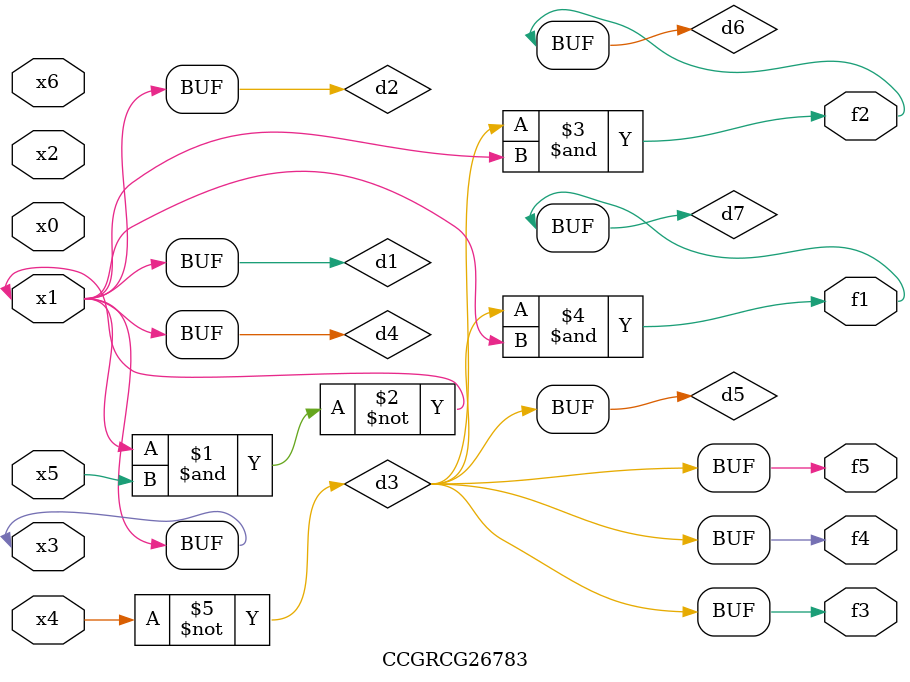
<source format=v>
module CCGRCG26783(
	input x0, x1, x2, x3, x4, x5, x6,
	output f1, f2, f3, f4, f5
);

	wire d1, d2, d3, d4, d5, d6, d7;

	buf (d1, x1, x3);
	nand (d2, x1, x5);
	not (d3, x4);
	buf (d4, d1, d2);
	buf (d5, d3);
	and (d6, d3, d4);
	and (d7, d3, d4);
	assign f1 = d7;
	assign f2 = d6;
	assign f3 = d5;
	assign f4 = d5;
	assign f5 = d5;
endmodule

</source>
